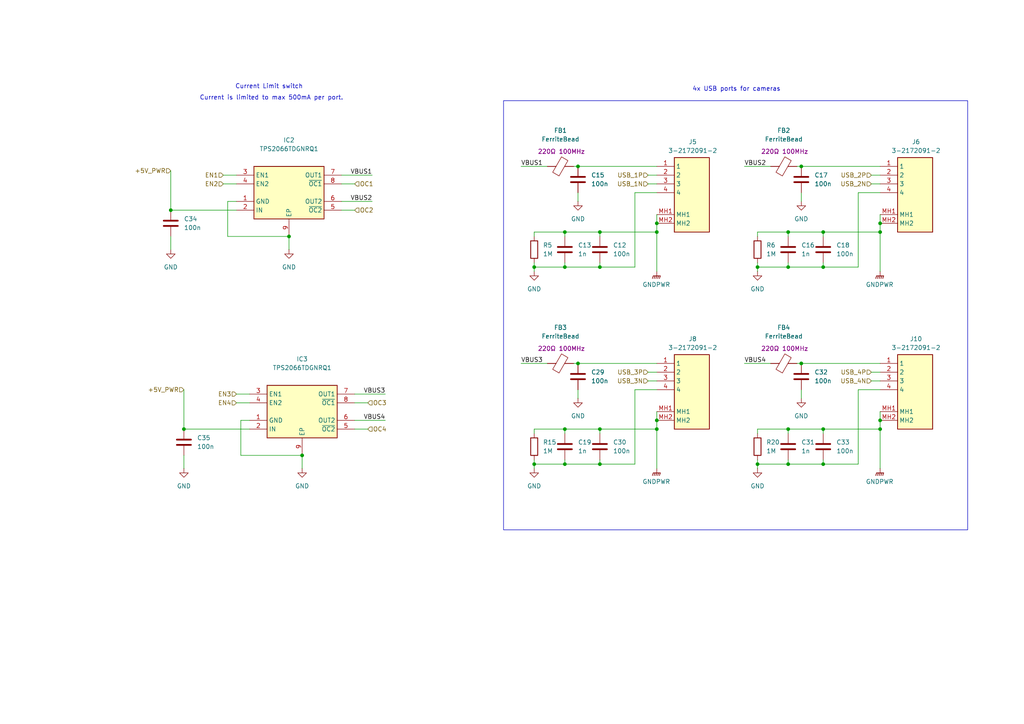
<source format=kicad_sch>
(kicad_sch (version 20231120) (generator "eeschema") (generator_version "8.0")
  (paper "A4")
  (lib_symbols
    (symbol "3-2172091-2:3-2172091-2"
      (property "Reference" "J" (at 21.59 12.7 0))
      (property "Value" "3-2172091-2" (at 21.59 10.16 0))
      (symbol "3-2172091-2_1_1"
        (rectangle (start 5.08 7.62) (end 15.24 -13.97) (stroke (width 0.254)) (fill (type background)))
        (pin passive line (at 0 5.08 0) (length 5.08) (name "1") (number "1"))
        (pin passive line (at 0 2.54 0) (length 5.08) (name "2") (number "2"))
        (pin passive line (at 0 0 0) (length 5.08) (name "3") (number "3"))
        (pin passive line (at 0 -2.54 0) (length 5.08) (name "4") (number "4"))
        (pin passive line (at 0 -8.89 0) (length 5.08) (name "MH1") (number "MH1"))
        (pin passive line (at 0 -11.43 0) (length 5.08) (name "MH2") (number "MH2"))
      )
    )
    (symbol "Device:C" (pin_numbers hide) (pin_names (offset 0.254))
      (property "Reference" "C" (at 0.635 2.54 0))
      (property "Value" "C" (at 0.635 -2.54 0))
      (symbol "C_0_1"
        (polyline (pts (xy -2.032 -0.762) (xy 2.032 -0.762)) (stroke (width 0.508)))
        (polyline (pts (xy -2.032 0.762) (xy 2.032 0.762)) (stroke (width 0.508)))
      )
      (symbol "C_1_1"
        (pin passive line (at 0 3.81 270) (length 2.794) (name "~") (number "1"))
        (pin passive line (at 0 -3.81 90) (length 2.794) (name "~") (number "2"))
      )
    )
    (symbol "Device:FerriteBead" (pin_numbers hide) (pin_names (offset 0))
      (property "Reference" "FB" (at -3.81 0.635 90))
      (property "Value" "FerriteBead" (at 3.81 0 90))
      (symbol "FerriteBead_0_1"
        (polyline (pts (xy 0 -1.27) (xy 0 -1.2192)))
        (polyline (pts (xy 0 1.27) (xy 0 1.2954)))
        (polyline (pts (xy -2.7686 0.4064) (xy -1.7018 2.2606) (xy 2.7686 -0.3048) (xy 1.6764 -2.159) (xy -2.7686 0.4064)))
      )
      (symbol "FerriteBead_1_1"
        (pin passive line (at 0 3.81 270) (length 2.54) (name "~") (number "1"))
        (pin passive line (at 0 -3.81 90) (length 2.54) (name "~") (number "2"))
      )
    )
    (symbol "Device:R" (pin_numbers hide) (pin_names (offset 0))
      (property "Reference" "R" (at 2.032 0 90))
      (property "Value" "R" (at 0 0 90))
      (symbol "R_0_1"
        (rectangle (start -1.016 -2.54) (end 1.016 2.54) (stroke (width 0.254)))
      )
      (symbol "R_1_1"
        (pin passive line (at 0 3.81 270) (length 1.27) (name "~") (number "1"))
        (pin passive line (at 0 -3.81 90) (length 1.27) (name "~") (number "2"))
      )
    )
    (symbol "GND_1" (power) (pin_numbers hide) (pin_names (offset 0) hide)
      (property "Value" "GND" (at 0 -3.81 0))
      (symbol "GND_1_0_1"
        (polyline (pts (xy 0 0) (xy 0 -1.27) (xy 1.27 -1.27) (xy 0 -2.54) (xy -1.27 -1.27) (xy 0 -1.27)))
      )
      (symbol "GND_1_1_1"
        (pin power_in line (at 0 0 270) (length 0) (name "~") (number "1"))
      )
    )
    (symbol "TPS2066TDGNRQ1:TPS2066TDGNRQ1"
      (property "Reference" "IC" (at 26.67 7.62 0))
      (property "Value" "TPS2066TDGNRQ1" (at 26.67 5.08 0))
      (symbol "TPS2066TDGNRQ1_1_1"
        (rectangle (start 5.08 0) (end 25.4 -15.24) (stroke (width 0.254)) (fill (type background)))
        (pin passive line (at 0 -10.16 0) (length 5.08) (name "GND") (number "1"))
        (pin passive line (at 0 -12.7 0) (length 5.08) (name "IN") (number "2"))
        (pin passive line (at 0 -2.54 0) (length 5.08) (name "EN1") (number "3"))
        (pin passive line (at 0 -5.08 0) (length 5.08) (name "EN2") (number "4"))
        (pin passive line (at 30.48 -12.7 180) (length 5.08) (name "~{OC2}") (number "5"))
        (pin passive line (at 30.48 -10.16 180) (length 5.08) (name "OUT2") (number "6"))
        (pin passive line (at 30.48 -2.54 180) (length 5.08) (name "OUT1") (number "7"))
        (pin passive line (at 30.48 -5.08 180) (length 5.08) (name "~{OC1}") (number "8"))
        (pin passive line (at 15.24 -20.32 90) (length 5.08) (name "EP") (number "9"))
      )
    )
    (symbol "power:GND" (power) (pin_numbers hide) (pin_names (offset 0) hide)
      (property "Value" "GND" (at 0 -3.81 0))
      (symbol "GND_0_1"
        (polyline (pts (xy 0 0) (xy 0 -1.27) (xy 1.27 -1.27) (xy 0 -2.54) (xy -1.27 -1.27) (xy 0 -1.27)))
      )
      (symbol "GND_1_1"
        (pin power_in line (at 0 0 270) (length 0) (name "~") (number "1"))
      )
    )
    (symbol "power:GNDPWR" (power) (pin_numbers hide) (pin_names (offset 0) hide)
      (property "Value" "GNDPWR" (at 0 -3.302 0))
      (symbol "GNDPWR_0_1"
        (polyline (pts (xy 0 -1.27) (xy 0 0)))
        (polyline (pts (xy -1.016 -1.27) (xy -1.27 -2.032) (xy -1.27 -2.032)) (stroke (width 0.2032)))
        (polyline (pts (xy -0.508 -1.27) (xy -0.762 -2.032) (xy -0.762 -2.032)) (stroke (width 0.2032)))
        (polyline (pts (xy 0 -1.27) (xy -0.254 -2.032) (xy -0.254 -2.032)) (stroke (width 0.2032)))
        (polyline (pts (xy 0.508 -1.27) (xy 0.254 -2.032) (xy 0.254 -2.032)) (stroke (width 0.2032)))
        (polyline (pts (xy 1.016 -1.27) (xy -1.016 -1.27) (xy -1.016 -1.27)) (stroke (width 0.2032)))
        (polyline (pts (xy 1.016 -1.27) (xy 0.762 -2.032) (xy 0.762 -2.032) (xy 0.762 -2.032)) (stroke (width 0.2032)))
      )
      (symbol "GNDPWR_1_1"
        (pin power_in line (at 0 0 270) (length 0) (name "~") (number "1"))
      )
    )
  )
  (junction (at 238.76 77.47))
  (junction (at 255.27 124.46))
  (junction (at 173.99 77.47))
  (junction (at 238.76 67.31))
  (junction (at 154.94 134.62))
  (junction (at 190.5 121.92))
  (junction (at 190.5 64.77))
  (junction (at 83.82 68.58))
  (junction (at 167.64 105.41))
  (junction (at 173.99 124.46))
  (junction (at 173.99 134.62))
  (junction (at 255.27 64.77))
  (junction (at 173.99 67.31))
  (junction (at 238.76 124.46))
  (junction (at 163.83 134.62))
  (junction (at 163.83 77.47))
  (junction (at 167.64 48.26))
  (junction (at 49.53 60.96))
  (junction (at 232.41 105.41))
  (junction (at 219.71 134.62))
  (junction (at 255.27 121.92))
  (junction (at 255.27 67.31))
  (junction (at 154.94 77.47))
  (junction (at 219.71 77.47))
  (junction (at 228.6 67.31))
  (junction (at 232.41 48.26))
  (junction (at 228.6 77.47))
  (junction (at 163.83 124.46))
  (junction (at 190.5 124.46))
  (junction (at 228.6 124.46))
  (junction (at 238.76 134.62))
  (junction (at 87.63 132.08))
  (junction (at 53.34 124.46))
  (junction (at 190.5 67.31))
  (junction (at 163.83 67.31))
  (junction (at 228.6 134.62))
  (wire (pts (xy 219.71 67.31) (xy 219.71 68.58)))
  (wire (pts (xy 102.87 121.92) (xy 111.76 121.92)))
  (wire (pts (xy 163.83 124.46) (xy 173.99 124.46)))
  (wire (pts (xy 166.37 105.41) (xy 167.64 105.41)))
  (wire (pts (xy 187.96 50.8) (xy 190.5 50.8)))
  (wire (pts (xy 255.27 64.77) (xy 255.27 67.31)))
  (wire (pts (xy 154.94 124.46) (xy 154.94 125.73)))
  (wire (pts (xy 184.15 55.88) (xy 190.5 55.88)))
  (wire (pts (xy 163.83 67.31) (xy 173.99 67.31)))
  (wire (pts (xy 184.15 77.47) (xy 173.99 77.47)))
  (wire (pts (xy 219.71 124.46) (xy 219.71 125.73)))
  (wire (pts (xy 228.6 134.62) (xy 238.76 134.62)))
  (wire (pts (xy 238.76 76.2) (xy 238.76 77.47)))
  (wire (pts (xy 72.39 116.84) (xy 68.58 116.84)))
  (wire (pts (xy 167.64 105.41) (xy 190.5 105.41)))
  (wire (pts (xy 184.15 113.03) (xy 184.15 134.62)))
  (wire (pts (xy 167.64 48.26) (xy 190.5 48.26)))
  (wire (pts (xy 255.27 119.38) (xy 255.27 121.92)))
  (wire (pts (xy 106.68 116.84) (xy 102.87 116.84)))
  (wire (pts (xy 53.34 135.89) (xy 53.34 132.08)))
  (wire (pts (xy 238.76 67.31) (xy 238.76 68.58)))
  (wire (pts (xy 53.34 124.46) (xy 72.39 124.46)))
  (wire (pts (xy 154.94 77.47) (xy 163.83 77.47)))
  (wire (pts (xy 68.58 50.8) (xy 64.77 50.8)))
  (wire (pts (xy 255.27 124.46) (xy 255.27 135.89)))
  (wire (pts (xy 167.64 113.03) (xy 167.64 115.57)))
  (wire (pts (xy 166.37 48.26) (xy 167.64 48.26)))
  (wire (pts (xy 49.53 60.96) (xy 68.58 60.96)))
  (wire (pts (xy 219.71 76.2) (xy 219.71 77.47)))
  (wire (pts (xy 163.83 77.47) (xy 173.99 77.47)))
  (wire (pts (xy 219.71 134.62) (xy 219.71 135.89)))
  (wire (pts (xy 72.39 121.92) (xy 69.85 121.92)))
  (wire (pts (xy 66.04 58.42) (xy 66.04 68.58)))
  (wire (pts (xy 151.13 105.41) (xy 158.75 105.41)))
  (wire (pts (xy 228.6 124.46) (xy 238.76 124.46)))
  (wire (pts (xy 173.99 67.31) (xy 173.99 68.58)))
  (wire (pts (xy 83.82 68.58) (xy 83.82 72.39)))
  (wire (pts (xy 215.9 48.26) (xy 223.52 48.26)))
  (wire (pts (xy 219.71 133.35) (xy 219.71 134.62)))
  (wire (pts (xy 184.15 113.03) (xy 190.5 113.03)))
  (wire (pts (xy 99.06 50.8) (xy 107.95 50.8)))
  (wire (pts (xy 154.94 77.47) (xy 154.94 78.74)))
  (wire (pts (xy 228.6 77.47) (xy 238.76 77.47)))
  (wire (pts (xy 248.92 113.03) (xy 255.27 113.03)))
  (wire (pts (xy 66.04 68.58) (xy 83.82 68.58)))
  (wire (pts (xy 173.99 124.46) (xy 173.99 125.73)))
  (wire (pts (xy 187.96 107.95) (xy 190.5 107.95)))
  (wire (pts (xy 252.73 110.49) (xy 255.27 110.49)))
  (wire (pts (xy 68.58 58.42) (xy 66.04 58.42)))
  (wire (pts (xy 190.5 121.92) (xy 190.5 124.46)))
  (wire (pts (xy 228.6 76.2) (xy 228.6 77.47)))
  (wire (pts (xy 68.58 53.34) (xy 64.77 53.34)))
  (wire (pts (xy 248.92 77.47) (xy 238.76 77.47)))
  (wire (pts (xy 154.94 133.35) (xy 154.94 134.62)))
  (wire (pts (xy 190.5 64.77) (xy 190.5 67.31)))
  (wire (pts (xy 154.94 134.62) (xy 154.94 135.89)))
  (wire (pts (xy 238.76 124.46) (xy 255.27 124.46)))
  (wire (pts (xy 190.5 62.23) (xy 190.5 64.77)))
  (wire (pts (xy 184.15 55.88) (xy 184.15 77.47)))
  (wire (pts (xy 87.63 132.08) (xy 87.63 135.89)))
  (wire (pts (xy 215.9 105.41) (xy 223.52 105.41)))
  (wire (pts (xy 163.83 134.62) (xy 173.99 134.62)))
  (wire (pts (xy 190.5 119.38) (xy 190.5 121.92)))
  (wire (pts (xy 184.15 134.62) (xy 173.99 134.62)))
  (wire (pts (xy 69.85 132.08) (xy 87.63 132.08)))
  (wire (pts (xy 219.71 134.62) (xy 228.6 134.62)))
  (wire (pts (xy 53.34 124.46) (xy 53.34 113.03)))
  (wire (pts (xy 219.71 67.31) (xy 228.6 67.31)))
  (wire (pts (xy 219.71 77.47) (xy 219.71 78.74)))
  (wire (pts (xy 255.27 121.92) (xy 255.27 124.46)))
  (wire (pts (xy 219.71 77.47) (xy 228.6 77.47)))
  (wire (pts (xy 102.87 53.34) (xy 99.06 53.34)))
  (wire (pts (xy 228.6 124.46) (xy 228.6 125.73)))
  (wire (pts (xy 231.14 105.41) (xy 232.41 105.41)))
  (wire (pts (xy 232.41 58.42) (xy 232.41 55.88)))
  (wire (pts (xy 187.96 53.34) (xy 190.5 53.34)))
  (wire (pts (xy 102.87 114.3) (xy 111.76 114.3)))
  (wire (pts (xy 154.94 124.46) (xy 163.83 124.46)))
  (wire (pts (xy 99.06 58.42) (xy 107.95 58.42)))
  (wire (pts (xy 238.76 67.31) (xy 255.27 67.31)))
  (wire (pts (xy 228.6 67.31) (xy 228.6 68.58)))
  (wire (pts (xy 151.13 48.26) (xy 158.75 48.26)))
  (wire (pts (xy 231.14 48.26) (xy 232.41 48.26)))
  (wire (pts (xy 248.92 55.88) (xy 248.92 77.47)))
  (wire (pts (xy 173.99 133.35) (xy 173.99 134.62)))
  (wire (pts (xy 154.94 134.62) (xy 163.83 134.62)))
  (wire (pts (xy 252.73 53.34) (xy 255.27 53.34)))
  (wire (pts (xy 69.85 121.92) (xy 69.85 132.08)))
  (wire (pts (xy 102.87 60.96) (xy 99.06 60.96)))
  (wire (pts (xy 173.99 67.31) (xy 190.5 67.31)))
  (wire (pts (xy 228.6 133.35) (xy 228.6 134.62)))
  (wire (pts (xy 187.96 110.49) (xy 190.5 110.49)))
  (wire (pts (xy 190.5 124.46) (xy 190.5 135.89)))
  (wire (pts (xy 106.68 124.46) (xy 102.87 124.46)))
  (wire (pts (xy 232.41 113.03) (xy 232.41 115.57)))
  (wire (pts (xy 72.39 114.3) (xy 68.58 114.3)))
  (wire (pts (xy 163.83 124.46) (xy 163.83 125.73)))
  (wire (pts (xy 252.73 107.95) (xy 255.27 107.95)))
  (wire (pts (xy 49.53 72.39) (xy 49.53 68.58)))
  (wire (pts (xy 252.73 50.8) (xy 255.27 50.8)))
  (wire (pts (xy 173.99 76.2) (xy 173.99 77.47)))
  (wire (pts (xy 238.76 133.35) (xy 238.76 134.62)))
  (wire (pts (xy 248.92 113.03) (xy 248.92 134.62)))
  (wire (pts (xy 163.83 133.35) (xy 163.83 134.62)))
  (wire (pts (xy 154.94 67.31) (xy 154.94 68.58)))
  (wire (pts (xy 255.27 62.23) (xy 255.27 64.77)))
  (wire (pts (xy 232.41 105.41) (xy 255.27 105.41)))
  (wire (pts (xy 163.83 67.31) (xy 163.83 68.58)))
  (wire (pts (xy 255.27 67.31) (xy 255.27 78.74)))
  (wire (pts (xy 173.99 124.46) (xy 190.5 124.46)))
  (wire (pts (xy 49.53 60.96) (xy 49.53 49.53)))
  (wire (pts (xy 219.71 124.46) (xy 228.6 124.46)))
  (wire (pts (xy 238.76 124.46) (xy 238.76 125.73)))
  (wire (pts (xy 232.41 48.26) (xy 255.27 48.26)))
  (wire (pts (xy 248.92 134.62) (xy 238.76 134.62)))
  (wire (pts (xy 190.5 67.31) (xy 190.5 78.74)))
  (wire (pts (xy 228.6 67.31) (xy 238.76 67.31)))
  (wire (pts (xy 163.83 76.2) (xy 163.83 77.47)))
  (wire (pts (xy 167.64 55.88) (xy 167.64 58.42)))
  (wire (pts (xy 154.94 67.31) (xy 163.83 67.31)))
  (wire (pts (xy 154.94 76.2) (xy 154.94 77.47)))
  (wire (pts (xy 248.92 55.88) (xy 255.27 55.88)))
  (rectangle (start 146.05 29.21) (end 280.67 153.67))
  (text "Current Limit switch" (at 87.884 25.908 0) (effects (font (size 1.27 1.27)) (justify right bottom)))
  (text "Current is limited to max 500mA per port." (at 78.74 28.448 0) (effects (font (size 1.27 1.27))))
  (text "4x USB ports for cameras" (at 213.614 25.908 0) (effects (font (size 1.27 1.27))))
  (label "VBUS3" (at 151.13 105.41 0))
  (label "VBUS2" (at 215.9 48.26 0))
  (label "VBUS3" (at 111.76 114.3 180))
  (label "VBUS2" (at 107.95 58.42 180))
  (label "VBUS1" (at 151.13 48.26 0))
  (label "VBUS1" (at 107.95 50.8 180))
  (label "VBUS4" (at 111.76 121.92 180))
  (label "VBUS4" (at 215.9 105.41 0))
  (hierarchical_label "OC4" (shape input) (at 106.68 124.46 0))
  (hierarchical_label "USB_3N" (shape input) (at 187.96 110.49 180))
  (hierarchical_label "USB_3P" (shape input) (at 187.96 107.95 180))
  (hierarchical_label "EN4" (shape input) (at 68.58 116.84 180))
  (hierarchical_label "OC3" (shape input) (at 106.68 116.84 0))
  (hierarchical_label "USB_2N" (shape input) (at 252.73 53.34 180))
  (hierarchical_label "USB_4P" (shape input) (at 252.73 107.95 180))
  (hierarchical_label "+5V_PWR" (shape input) (at 49.53 49.53 180))
  (hierarchical_label "EN2" (shape input) (at 64.77 53.34 180))
  (hierarchical_label "USB_2P" (shape input) (at 252.73 50.8 180))
  (hierarchical_label "USB_1P" (shape input) (at 187.96 50.8 180))
  (hierarchical_label "+5V_PWR" (shape input) (at 53.34 113.03 180))
  (hierarchical_label "OC2" (shape input) (at 102.87 60.96 0))
  (hierarchical_label "EN3" (shape input) (at 68.58 114.3 180))
  (hierarchical_label "EN1" (shape input) (at 64.77 50.8 180))
  (hierarchical_label "USB_1N" (shape input) (at 187.96 53.34 180))
  (hierarchical_label "OC1" (shape input) (at 102.87 53.34 0))
  (hierarchical_label "USB_4N" (shape input) (at 252.73 110.49 180))
  (symbol (lib_id "Device:FerriteBead") (at 227.33 105.41 90) (unit 1)
    (property "Reference" "FB4" (at 227.33 94.996 90))
    (property "Value" "FerriteBead" (at 227.33 97.536 90))
    (property "Datasheet" "https://www.mouser.com/datasheet/2/418/9/ENG_DS_1773178_3_A1-3474112.pdf" (effects (hide yes)))
    (property "Description" "Ferrite bead" (effects (hide yes)))
    (property "Part #" " BMC-Q2CY0220H " (effects (hide yes)))
    (property "Spec" "220Ω 100MHz" (at 227.584 101.092 90))
  )
  (symbol (lib_id "Device:C") (at 238.76 72.39 0) (unit 1)
    (property "Reference" "C18" (at 242.57 71.1199 0) (effects (justify left)))
    (property "Value" "100n" (at 242.57 73.6599 0) (effects (justify left)))
    (property "Description" "Unpolarized capacitor" (effects (hide yes)))
  )
  (symbol (lib_id "3-2172091-2:3-2172091-2") (at 190.5 110.49 0) (unit 1)
    (property "Reference" "J8" (at 200.914 98.298 0))
    (property "Value" "3-2172091-2" (at 200.914 100.838 0))
    (property "Footprint" "321720912" (effects (hide yes)))
    (property "Datasheet" "https://www.te.com/commerce/DocumentDelivery/DDEController?Action=srchrtrv&DocNm=1-1773701-8_M8M12_CONNECTOR_SYSTEM&DocType=Catalog%20Section&DocLang=Japanese&PartCntxt=3-2172091-2&DocFormat=pdf" (effects (hide yes)))
    (property "Description" "Body Features: Shell Base Material Zinc Alloy | Circular Connector Insulation Material Type Polyamide | Shell Plating Material Nickel | Configuration Features: Number of Signal Positions 4 | Number of Positions 4 | Number of Power Positions 0 | Contacts Preloaded Yes | Contact Features: Reverse Gender Yes | Circular Connector Contact Type Socket | Contact Current Rating (Max) 3 AMP | Contact Layout Arrangement Circular | Electrical Characteristics: EMI & RFI Protection & Suppression Type Shielding | Housing" (effects (hide yes)))
    (property "Height" "12.6" (effects (hide yes)))
    (property "Manufacturer_Name" "TE Connectivity" (effects (hide yes)))
    (property "Manufacturer_Part_Number" "3-2172091-2" (effects (hide yes)))
    (property "Mouser Part Number" "571-3-2172091-2" (effects (hide yes)))
    (property "Mouser Price/Stock" "https://www.mouser.co.uk/ProductDetail/TE-Connectivity/3-2172091-2?qs=OJGUyRWaYtPzctM7%252BiIAlw%3D%3D" (effects (hide yes)))
    (property "Arrow Part Number" "3-2172091-2" (effects (hide yes)))
    (property "Arrow Price/Stock" "https://www.arrow.com/en/products/3-2172091-2/te-connectivity?region=nac" (effects (hide yes)))
  )
  (symbol (lib_id "Device:FerriteBead") (at 227.33 48.26 90) (unit 1)
    (property "Reference" "FB2" (at 227.33 37.846 90))
    (property "Value" "FerriteBead" (at 227.33 40.386 90))
    (property "Datasheet" "https://www.mouser.com/datasheet/2/418/9/ENG_DS_1773178_3_A1-3474112.pdf" (effects (hide yes)))
    (property "Description" "Ferrite bead" (effects (hide yes)))
    (property "Part #" " BMC-Q2CY0220H " (effects (hide yes)))
    (property "Spec" "220Ω 100MHz" (at 227.584 43.942 90))
  )
  (symbol (lib_id "Device:R") (at 219.71 129.54 0) (unit 1)
    (property "Reference" "R20" (at 222.25 128.2699 0) (effects (justify left)))
    (property "Value" "1M" (at 222.25 130.8099 0) (effects (justify left)))
    (property "Description" "Resistor" (effects (hide yes)))
  )
  (symbol (lib_id "power:GNDPWR") (at 255.27 135.89 0) (unit 1)
    (property "Reference" "#PWR039" (effects (hide yes)))
    (property "Value" "GNDPWR" (at 255.143 139.7 0))
    (property "Description" "Power symbol creates a global label with name \"GNDPWR\" , global ground" (effects (hide yes)))
  )
  (symbol (lib_id "TPS2066TDGNRQ1:TPS2066TDGNRQ1") (at 72.39 111.76 0) (unit 1)
    (property "Reference" "IC3" (at 87.63 104.14 0))
    (property "Value" "TPS2066TDGNRQ1" (at 87.63 106.68 0))
    (property "Footprint" "SOP65P490X110-9N" (effects (hide yes)))
    (property "Datasheet" "http://www.ti.com/lit/gpn/tps2066-q1" (effects (hide yes)))
    (property "Description" "Automotive 2.7V to 5.5V, 1A Current-Limited Dual Channel Power Distribution Switch" (effects (hide yes)))
    (property "Height" "1.1" (effects (hide yes)))
    (property "Manufacturer_Name" "Texas Instruments" (effects (hide yes)))
    (property "Manufacturer_Part_Number" "TPS2066TDGNRQ1" (effects (hide yes)))
    (property "Mouser Part Number" "595-TPS2066TDGNRQ1" (effects (hide yes)))
    (property "Mouser Price/Stock" "https://www.mouser.co.uk/ProductDetail/Texas-Instruments/TPS2066TDGNRQ1?qs=Brs2XCuyt3ccPQ5L2Ap%2FDw%3D%3D" (effects (hide yes)))
  )
  (symbol (lib_id "power:GND") (at 154.94 135.89 0) (unit 1)
    (property "Reference" "#PWR033" (effects (hide yes)))
    (property "Value" "GND" (at 154.94 140.97 0))
    (property "Description" "Power symbol creates a global label with name \"GND\" , ground" (effects (hide yes)))
  )
  (symbol (lib_id "TPS2066TDGNRQ1:TPS2066TDGNRQ1") (at 68.58 48.26 0) (unit 1)
    (property "Reference" "IC2" (at 83.82 40.64 0))
    (property "Value" "TPS2066TDGNRQ1" (at 83.82 43.18 0))
    (property "Footprint" "SOP65P490X110-9N" (effects (hide yes)))
    (property "Datasheet" "http://www.ti.com/lit/gpn/tps2066-q1" (effects (hide yes)))
    (property "Description" "Automotive 2.7V to 5.5V, 1A Current-Limited Dual Channel Power Distribution Switch" (effects (hide yes)))
    (property "Height" "1.1" (effects (hide yes)))
    (property "Manufacturer_Name" "Texas Instruments" (effects (hide yes)))
    (property "Manufacturer_Part_Number" "TPS2066TDGNRQ1" (effects (hide yes)))
    (property "Mouser Part Number" "595-TPS2066TDGNRQ1" (effects (hide yes)))
    (property "Mouser Price/Stock" "https://www.mouser.co.uk/ProductDetail/Texas-Instruments/TPS2066TDGNRQ1?qs=Brs2XCuyt3ccPQ5L2Ap%2FDw%3D%3D" (effects (hide yes)))
  )
  (symbol (lib_name "GND_1") (lib_id "power:GND") (at 53.34 135.89 0) (unit 1)
    (property "Reference" "#PWR041" (effects (hide yes)))
    (property "Value" "GND" (at 53.34 140.97 0))
    (property "Description" "Power symbol creates a global label with name \"GND\" , ground" (effects (hide yes)))
  )
  (symbol (lib_id "power:GND") (at 154.94 78.74 0) (unit 1)
    (property "Reference" "#PWR023" (effects (hide yes)))
    (property "Value" "GND" (at 154.94 83.82 0))
    (property "Description" "Power symbol creates a global label with name \"GND\" , ground" (effects (hide yes)))
  )
  (symbol (lib_id "Device:C") (at 238.76 129.54 0) (unit 1)
    (property "Reference" "C33" (at 242.57 128.2699 0) (effects (justify left)))
    (property "Value" "100n" (at 242.57 130.8099 0) (effects (justify left)))
    (property "Description" "Unpolarized capacitor" (effects (hide yes)))
  )
  (symbol (lib_id "Device:C") (at 167.64 109.22 0) (unit 1)
    (property "Reference" "C29" (at 171.45 107.9499 0) (effects (justify left)))
    (property "Value" "100n" (at 171.45 110.4899 0) (effects (justify left)))
    (property "Description" "Unpolarized capacitor" (effects (hide yes)))
  )
  (symbol (lib_id "power:GND") (at 167.64 58.42 0) (unit 1)
    (property "Reference" "#PWR024" (effects (hide yes)))
    (property "Value" "GND" (at 167.64 63.5 0))
    (property "Description" "Power symbol creates a global label with name \"GND\" , ground" (effects (hide yes)))
  )
  (symbol (lib_id "Device:C") (at 232.41 52.07 0) (unit 1)
    (property "Reference" "C17" (at 236.22 50.7999 0) (effects (justify left)))
    (property "Value" "100n" (at 236.22 53.3399 0) (effects (justify left)))
    (property "Description" "Unpolarized capacitor" (effects (hide yes)))
  )
  (symbol (lib_id "Device:C") (at 228.6 72.39 0) (unit 1)
    (property "Reference" "C16" (at 232.41 71.1199 0) (effects (justify left)))
    (property "Value" "1n" (at 232.41 73.6599 0) (effects (justify left)))
    (property "Description" "Unpolarized capacitor" (effects (hide yes)))
  )
  (symbol (lib_id "Device:FerriteBead") (at 162.56 105.41 90) (unit 1)
    (property "Reference" "FB3" (at 162.56 94.996 90))
    (property "Value" "FerriteBead" (at 162.56 97.536 90))
    (property "Datasheet" "https://www.mouser.com/datasheet/2/418/9/ENG_DS_1773178_3_A1-3474112.pdf" (effects (hide yes)))
    (property "Description" "Ferrite bead" (effects (hide yes)))
    (property "Part #" " BMC-Q2CY0220H " (effects (hide yes)))
    (property "Spec" "220Ω 100MHz" (at 162.814 101.092 90))
  )
  (symbol (lib_id "3-2172091-2:3-2172091-2") (at 255.27 110.49 0) (unit 1)
    (property "Reference" "J10" (at 265.684 98.298 0))
    (property "Value" "3-2172091-2" (at 265.684 100.838 0))
    (property "Footprint" "321720912" (effects (hide yes)))
    (property "Datasheet" "https://www.te.com/commerce/DocumentDelivery/DDEController?Action=srchrtrv&DocNm=1-1773701-8_M8M12_CONNECTOR_SYSTEM&DocType=Catalog%20Section&DocLang=Japanese&PartCntxt=3-2172091-2&DocFormat=pdf" (effects (hide yes)))
    (property "Description" "Body Features: Shell Base Material Zinc Alloy | Circular Connector Insulation Material Type Polyamide | Shell Plating Material Nickel | Configuration Features: Number of Signal Positions 4 | Number of Positions 4 | Number of Power Positions 0 | Contacts Preloaded Yes | Contact Features: Reverse Gender Yes | Circular Connector Contact Type Socket | Contact Current Rating (Max) 3 AMP | Contact Layout Arrangement Circular | Electrical Characteristics: EMI & RFI Protection & Suppression Type Shielding | Housing" (effects (hide yes)))
    (property "Height" "12.6" (effects (hide yes)))
    (property "Manufacturer_Name" "TE Connectivity" (effects (hide yes)))
    (property "Manufacturer_Part_Number" "3-2172091-2" (effects (hide yes)))
    (property "Mouser Part Number" "571-3-2172091-2" (effects (hide yes)))
    (property "Mouser Price/Stock" "https://www.mouser.co.uk/ProductDetail/TE-Connectivity/3-2172091-2?qs=OJGUyRWaYtPzctM7%252BiIAlw%3D%3D" (effects (hide yes)))
    (property "Arrow Part Number" "3-2172091-2" (effects (hide yes)))
    (property "Arrow Price/Stock" "https://www.arrow.com/en/products/3-2172091-2/te-connectivity?region=nac" (effects (hide yes)))
  )
  (symbol (lib_id "power:GND") (at 219.71 78.74 0) (unit 1)
    (property "Reference" "#PWR025" (effects (hide yes)))
    (property "Value" "GND" (at 219.71 83.82 0))
    (property "Description" "Power symbol creates a global label with name \"GND\" , ground" (effects (hide yes)))
  )
  (symbol (lib_id "Device:C") (at 53.34 128.27 0) (unit 1)
    (property "Reference" "C35" (at 57.15 126.9999 0) (effects (justify left)))
    (property "Value" "100n" (at 57.15 129.5399 0) (effects (justify left)))
    (property "Description" "Unpolarized capacitor" (effects (hide yes)))
  )
  (symbol (lib_id "Device:C") (at 228.6 129.54 0) (unit 1)
    (property "Reference" "C31" (at 232.41 128.2699 0) (effects (justify left)))
    (property "Value" "1n" (at 232.41 130.8099 0) (effects (justify left)))
    (property "Description" "Unpolarized capacitor" (effects (hide yes)))
  )
  (symbol (lib_id "Device:FerriteBead") (at 162.56 48.26 90) (unit 1)
    (property "Reference" "FB1" (at 162.56 37.846 90))
    (property "Value" "FerriteBead" (at 162.56 40.386 90))
    (property "Datasheet" "https://www.mouser.com/datasheet/2/418/9/ENG_DS_1773178_3_A1-3474112.pdf" (effects (hide yes)))
    (property "Description" "Ferrite bead" (effects (hide yes)))
    (property "Part #" " BMC-Q2CY0220H " (effects (hide yes)))
    (property "Spec" "220Ω 100MHz" (at 162.814 43.942 90))
  )
  (symbol (lib_name "GND_1") (lib_id "power:GND") (at 83.82 72.39 0) (unit 1)
    (property "Reference" "#PWR022" (effects (hide yes)))
    (property "Value" "GND" (at 83.82 77.47 0))
    (property "Description" "Power symbol creates a global label with name \"GND\" , ground" (effects (hide yes)))
  )
  (symbol (lib_id "Device:C") (at 173.99 129.54 0) (unit 1)
    (property "Reference" "C30" (at 177.8 128.2699 0) (effects (justify left)))
    (property "Value" "100n" (at 177.8 130.8099 0) (effects (justify left)))
    (property "Description" "Unpolarized capacitor" (effects (hide yes)))
  )
  (symbol (lib_id "3-2172091-2:3-2172091-2") (at 255.27 53.34 0) (unit 1)
    (property "Reference" "J6" (at 265.684 41.148 0))
    (property "Value" "3-2172091-2" (at 265.684 43.688 0))
    (property "Footprint" "321720912" (effects (hide yes)))
    (property "Datasheet" "https://www.te.com/commerce/DocumentDelivery/DDEController?Action=srchrtrv&DocNm=1-1773701-8_M8M12_CONNECTOR_SYSTEM&DocType=Catalog%20Section&DocLang=Japanese&PartCntxt=3-2172091-2&DocFormat=pdf" (effects (hide yes)))
    (property "Description" "Body Features: Shell Base Material Zinc Alloy | Circular Connector Insulation Material Type Polyamide | Shell Plating Material Nickel | Configuration Features: Number of Signal Positions 4 | Number of Positions 4 | Number of Power Positions 0 | Contacts Preloaded Yes | Contact Features: Reverse Gender Yes | Circular Connector Contact Type Socket | Contact Current Rating (Max) 3 AMP | Contact Layout Arrangement Circular | Electrical Characteristics: EMI & RFI Protection & Suppression Type Shielding | Housing" (effects (hide yes)))
    (property "Height" "12.6" (effects (hide yes)))
    (property "Manufacturer_Name" "TE Connectivity" (effects (hide yes)))
    (property "Manufacturer_Part_Number" "3-2172091-2" (effects (hide yes)))
    (property "Mouser Part Number" "571-3-2172091-2" (effects (hide yes)))
    (property "Mouser Price/Stock" "https://www.mouser.co.uk/ProductDetail/TE-Connectivity/3-2172091-2?qs=OJGUyRWaYtPzctM7%252BiIAlw%3D%3D" (effects (hide yes)))
    (property "Arrow Part Number" "3-2172091-2" (effects (hide yes)))
    (property "Arrow Price/Stock" "https://www.arrow.com/en/products/3-2172091-2/te-connectivity?region=nac" (effects (hide yes)))
  )
  (symbol (lib_id "power:GNDPWR") (at 255.27 78.74 0) (unit 1)
    (property "Reference" "#PWR029" (effects (hide yes)))
    (property "Value" "GNDPWR" (at 255.143 82.55 0))
    (property "Description" "Power symbol creates a global label with name \"GNDPWR\" , global ground" (effects (hide yes)))
  )
  (symbol (lib_id "Device:C") (at 167.64 52.07 0) (unit 1)
    (property "Reference" "C15" (at 171.45 50.7999 0) (effects (justify left)))
    (property "Value" "100n" (at 171.45 53.3399 0) (effects (justify left)))
    (property "Description" "Unpolarized capacitor" (effects (hide yes)))
  )
  (symbol (lib_id "power:GND") (at 167.64 115.57 0) (unit 1)
    (property "Reference" "#PWR034" (effects (hide yes)))
    (property "Value" "GND" (at 167.64 120.65 0))
    (property "Description" "Power symbol creates a global label with name \"GND\" , ground" (effects (hide yes)))
  )
  (symbol (lib_id "power:GNDPWR") (at 190.5 135.89 0) (unit 1)
    (property "Reference" "#PWR035" (effects (hide yes)))
    (property "Value" "GNDPWR" (at 190.373 139.7 0))
    (property "Description" "Power symbol creates a global label with name \"GNDPWR\" , global ground" (effects (hide yes)))
  )
  (symbol (lib_id "Device:C") (at 232.41 109.22 0) (unit 1)
    (property "Reference" "C32" (at 236.22 107.9499 0) (effects (justify left)))
    (property "Value" "100n" (at 236.22 110.4899 0) (effects (justify left)))
    (property "Description" "Unpolarized capacitor" (effects (hide yes)))
  )
  (symbol (lib_id "power:GND") (at 232.41 58.42 0) (unit 1)
    (property "Reference" "#PWR026" (effects (hide yes)))
    (property "Value" "GND" (at 232.41 63.5 0))
    (property "Description" "Power symbol creates a global label with name \"GND\" , ground" (effects (hide yes)))
  )
  (symbol (lib_id "Device:R") (at 219.71 72.39 0) (unit 1)
    (property "Reference" "R6" (at 222.25 71.1199 0) (effects (justify left)))
    (property "Value" "1M" (at 222.25 73.6599 0) (effects (justify left)))
    (property "Description" "Resistor" (effects (hide yes)))
  )
  (symbol (lib_id "power:GNDPWR") (at 190.5 78.74 0) (unit 1)
    (property "Reference" "#PWR027" (effects (hide yes)))
    (property "Value" "GNDPWR" (at 190.373 82.55 0))
    (property "Description" "Power symbol creates a global label with name \"GNDPWR\" , global ground" (effects (hide yes)))
  )
  (symbol (lib_id "3-2172091-2:3-2172091-2") (at 190.5 53.34 0) (unit 1)
    (property "Reference" "J5" (at 200.914 41.148 0))
    (property "Value" "3-2172091-2" (at 200.914 43.688 0))
    (property "Footprint" "321720912" (effects (hide yes)))
    (property "Datasheet" "https://www.te.com/commerce/DocumentDelivery/DDEController?Action=srchrtrv&DocNm=1-1773701-8_M8M12_CONNECTOR_SYSTEM&DocType=Catalog%20Section&DocLang=Japanese&PartCntxt=3-2172091-2&DocFormat=pdf" (effects (hide yes)))
    (property "Description" "Body Features: Shell Base Material Zinc Alloy | Circular Connector Insulation Material Type Polyamide | Shell Plating Material Nickel | Configuration Features: Number of Signal Positions 4 | Number of Positions 4 | Number of Power Positions 0 | Contacts Preloaded Yes | Contact Features: Reverse Gender Yes | Circular Connector Contact Type Socket | Contact Current Rating (Max) 3 AMP | Contact Layout Arrangement Circular | Electrical Characteristics: EMI & RFI Protection & Suppression Type Shielding | Housing" (effects (hide yes)))
    (property "Height" "12.6" (effects (hide yes)))
    (property "Manufacturer_Name" "TE Connectivity" (effects (hide yes)))
    (property "Manufacturer_Part_Number" "3-2172091-2" (effects (hide yes)))
    (property "Mouser Part Number" "571-3-2172091-2" (effects (hide yes)))
    (property "Mouser Price/Stock" "https://www.mouser.co.uk/ProductDetail/TE-Connectivity/3-2172091-2?qs=OJGUyRWaYtPzctM7%252BiIAlw%3D%3D" (effects (hide yes)))
    (property "Arrow Part Number" "3-2172091-2" (effects (hide yes)))
    (property "Arrow Price/Stock" "https://www.arrow.com/en/products/3-2172091-2/te-connectivity?region=nac" (effects (hide yes)))
  )
  (symbol (lib_name "GND_1") (lib_id "power:GND") (at 87.63 135.89 0) (unit 1)
    (property "Reference" "#PWR054" (effects (hide yes)))
    (property "Value" "GND" (at 87.63 140.97 0))
    (property "Description" "Power symbol creates a global label with name \"GND\" , ground" (effects (hide yes)))
  )
  (symbol (lib_id "Device:R") (at 154.94 72.39 0) (unit 1)
    (property "Reference" "R5" (at 157.48 71.1199 0) (effects (justify left)))
    (property "Value" "1M" (at 157.48 73.6599 0) (effects (justify left)))
    (property "Description" "Resistor" (effects (hide yes)))
  )
  (symbol (lib_id "power:GND") (at 232.41 115.57 0) (unit 1)
    (property "Reference" "#PWR037" (effects (hide yes)))
    (property "Value" "GND" (at 232.41 120.65 0))
    (property "Description" "Power symbol creates a global label with name \"GND\" , ground" (effects (hide yes)))
  )
  (symbol (lib_name "GND_1") (lib_id "power:GND") (at 49.53 72.39 0) (unit 1)
    (property "Reference" "#PWR053" (effects (hide yes)))
    (property "Value" "GND" (at 49.53 77.47 0))
    (property "Description" "Power symbol creates a global label with name \"GND\" , ground" (effects (hide yes)))
  )
  (symbol (lib_id "Device:C") (at 173.99 72.39 0) (unit 1)
    (property "Reference" "C12" (at 177.8 71.1199 0) (effects (justify left)))
    (property "Value" "100n" (at 177.8 73.6599 0) (effects (justify left)))
    (property "Description" "Unpolarized capacitor" (effects (hide yes)))
  )
  (symbol (lib_id "Device:C") (at 163.83 129.54 0) (unit 1)
    (property "Reference" "C19" (at 167.64 128.2699 0) (effects (justify left)))
    (property "Value" "1n" (at 167.64 130.8099 0) (effects (justify left)))
    (property "Description" "Unpolarized capacitor" (effects (hide yes)))
  )
  (symbol (lib_id "Device:C") (at 163.83 72.39 0) (unit 1)
    (property "Reference" "C13" (at 167.64 71.1199 0) (effects (justify left)))
    (property "Value" "1n" (at 167.64 73.6599 0) (effects (justify left)))
    (property "Description" "Unpolarized capacitor" (effects (hide yes)))
  )
  (symbol (lib_id "Device:R") (at 154.94 129.54 0) (unit 1)
    (property "Reference" "R15" (at 157.48 128.2699 0) (effects (justify left)))
    (property "Value" "1M" (at 157.48 130.8099 0) (effects (justify left)))
    (property "Description" "Resistor" (effects (hide yes)))
  )
  (symbol (lib_id "Device:C") (at 49.53 64.77 0) (unit 1)
    (property "Reference" "C34" (at 53.34 63.4999 0) (effects (justify left)))
    (property "Value" "100n" (at 53.34 66.0399 0) (effects (justify left)))
    (property "Description" "Unpolarized capacitor" (effects (hide yes)))
  )
  (symbol (lib_id "power:GND") (at 219.71 135.89 0) (unit 1)
    (property "Reference" "#PWR036" (effects (hide yes)))
    (property "Value" "GND" (at 219.71 140.97 0))
    (property "Description" "Power symbol creates a global label with name \"GND\" , ground" (effects (hide yes)))
  )
)
</source>
